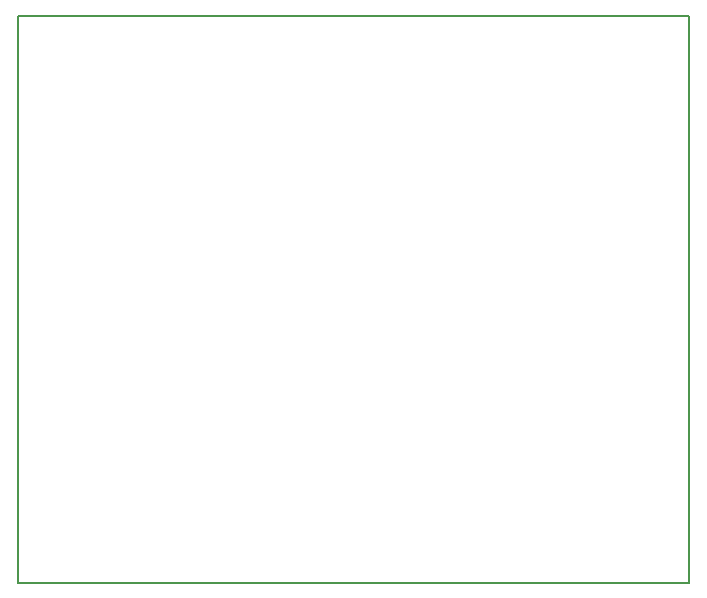
<source format=gbr>
G04 #@! TF.GenerationSoftware,KiCad,Pcbnew,9.0.0*
G04 #@! TF.CreationDate,2025-04-23T00:46:07-04:00*
G04 #@! TF.ProjectId,GPS,4750532e-6b69-4636-9164-5f7063625858,rev?*
G04 #@! TF.SameCoordinates,Original*
G04 #@! TF.FileFunction,Profile,NP*
%FSLAX46Y46*%
G04 Gerber Fmt 4.6, Leading zero omitted, Abs format (unit mm)*
G04 Created by KiCad (PCBNEW 9.0.0) date 2025-04-23 00:46:07*
%MOMM*%
%LPD*%
G01*
G04 APERTURE LIST*
G04 #@! TA.AperFunction,Profile*
%ADD10C,0.200000*%
G04 #@! TD*
G04 APERTURE END LIST*
D10*
X129050000Y-52600000D02*
X185900000Y-52600000D01*
X185900000Y-100600000D01*
X129050000Y-100600000D01*
X129050000Y-52600000D01*
M02*

</source>
